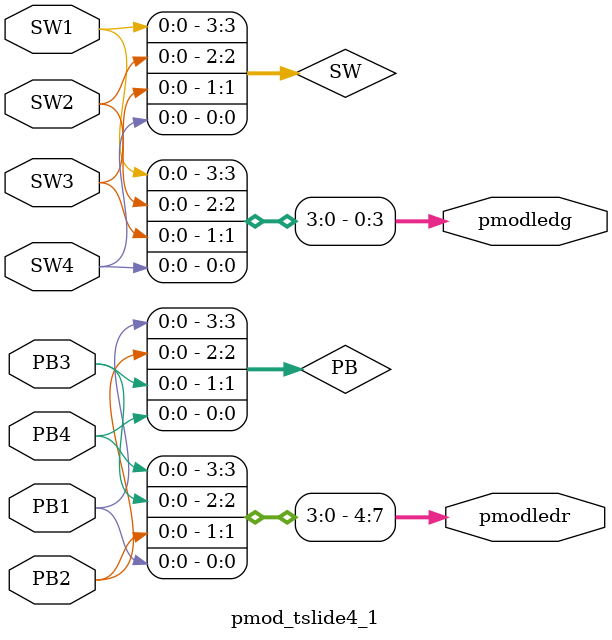
<source format=v>
module pmod_tslide4_1 (
  input SW1,
  input SW2,
  input SW3,
  input SW4,
  input PB1,
  input PB2,
  input PB3,
  input PB4,
  output [0:7] pmodledg,
  output [0:7] pmodledr
);
reg [0:3] SW;
reg [0:3] PB;
assign pmodledg[0] = SW[0];
assign pmodledg[1] = SW[1];
assign pmodledg[2] = SW[2];
assign pmodledg[3] = SW[3];
assign pmodledr[7] = PB[0];
assign pmodledr[6] = PB[1];
assign pmodledr[5] = PB[2];
assign pmodledr[4] = PB[3];

always
begin
  // led = 1'b1;  // light up D1
  SW[0] = SW1;
  SW[1] = SW2;
  SW[2] = SW3;
  SW[3] = SW4;
  PB[0] = PB1;
  PB[1] = PB2;
  PB[2] = PB3;
  PB[3] = PB4;
end
endmodule

</source>
